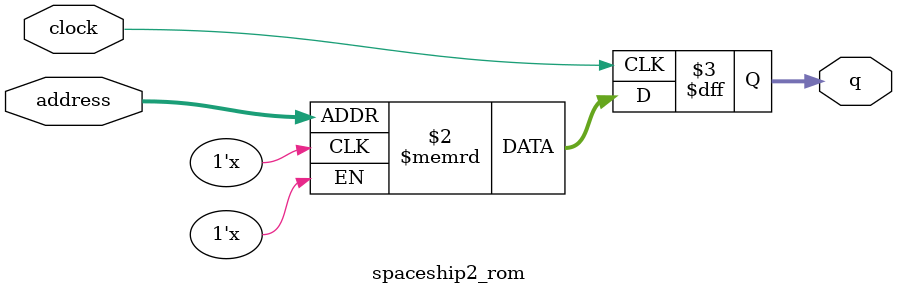
<source format=sv>
module spaceship2_rom (
	input logic clock,
	input logic [10:0] address,
	output logic [3:0] q
);

logic [3:0] memory [0:1589] /* synthesis ram_init_file = "C:/Users/Carl/OneDrive - University of Illinois - Urbana/Documents/final_project/spaceship2.mif" */;

always_ff @ (posedge clock) begin
	q <= memory[address];
end

endmodule

</source>
